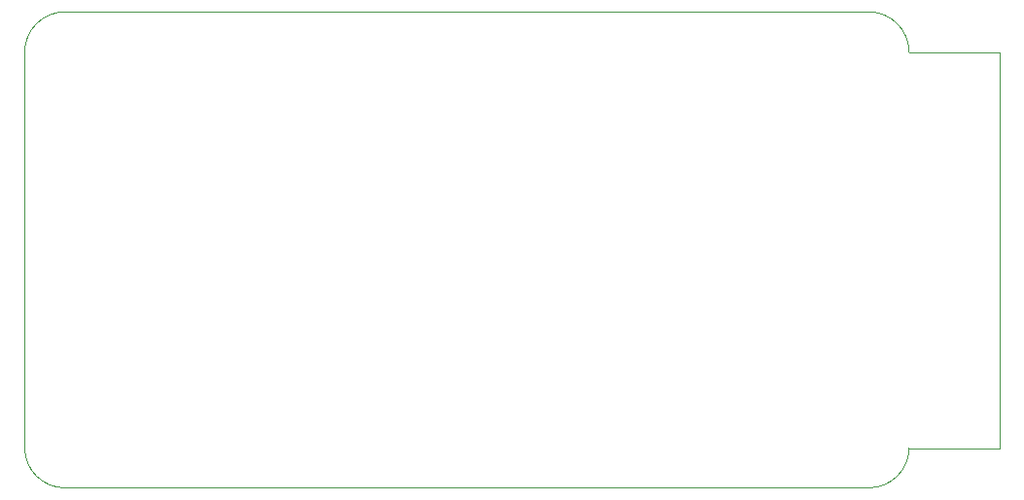
<source format=gbr>
%TF.GenerationSoftware,KiCad,Pcbnew,9.0.2-rc1-202504292220~4c561b3193~ubuntu24.04.1*%
%TF.CreationDate,2025-05-13T23:41:50-03:00*%
%TF.ProjectId,hardware,68617264-7761-4726-952e-6b696361645f,rev?*%
%TF.SameCoordinates,Original*%
%TF.FileFunction,Legend,Bot*%
%TF.FilePolarity,Positive*%
%FSLAX46Y46*%
G04 Gerber Fmt 4.6, Leading zero omitted, Abs format (unit mm)*
G04 Created by KiCad (PCBNEW 9.0.2-rc1-202504292220~4c561b3193~ubuntu24.04.1) date 2025-05-13 23:41:50*
%MOMM*%
%LPD*%
G01*
G04 APERTURE LIST*
%TA.AperFunction,Profile*%
%ADD10C,0.050000*%
%TD*%
G04 APERTURE END LIST*
D10*
X120000000Y-38500000D02*
X50000000Y-38500000D01*
X123500000Y-76550000D02*
X131350000Y-76550000D01*
X50000000Y-80000000D02*
G75*
G02*
X46500000Y-76500000I0J3500000D01*
G01*
X46500000Y-42000000D02*
X46500000Y-76500000D01*
X123500000Y-42000000D02*
X131275000Y-42000000D01*
X131350000Y-76550000D02*
X131350000Y-42000000D01*
X46500000Y-42000000D02*
G75*
G02*
X50000000Y-38500000I3500000J0D01*
G01*
X120000000Y-80000000D02*
X50000000Y-80000000D01*
X120000000Y-38500000D02*
G75*
G02*
X123500000Y-42000000I0J-3500000D01*
G01*
X123499643Y-76549995D02*
G75*
G02*
X120000000Y-80000000I-3499643J49995D01*
G01*
X131275000Y-42000000D02*
X131350000Y-42000000D01*
M02*

</source>
